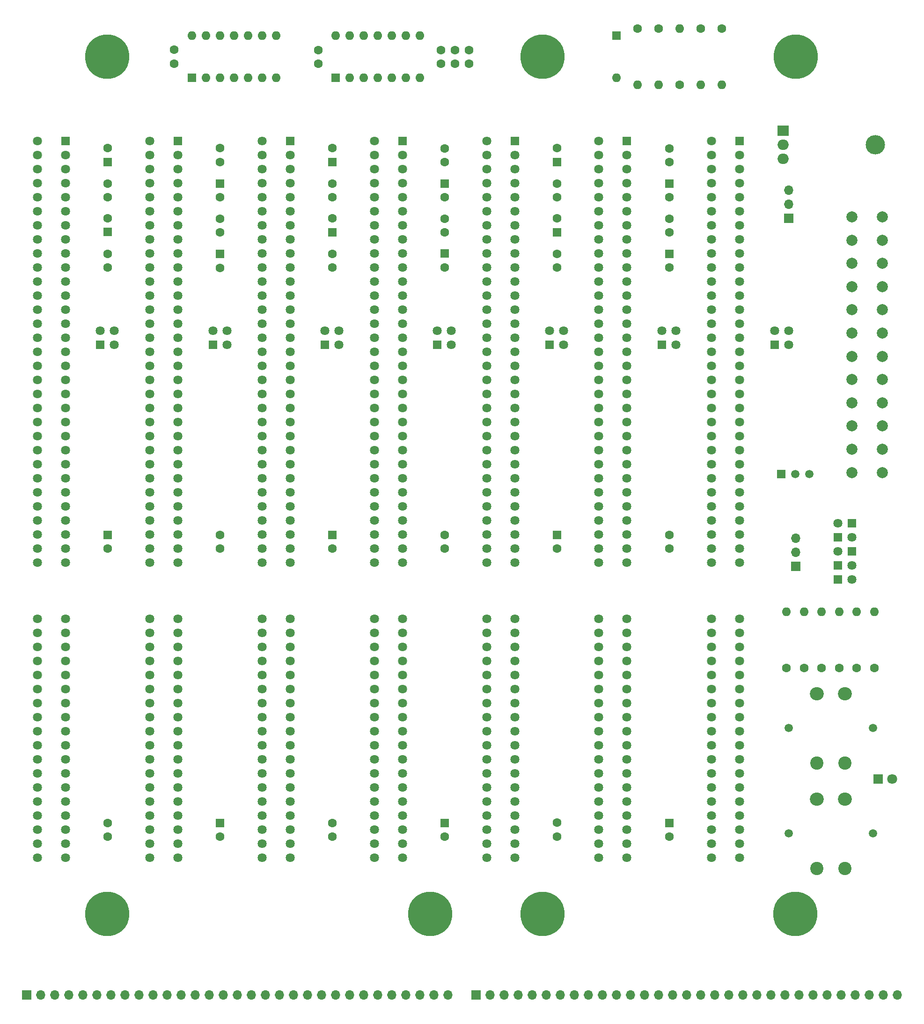
<source format=gbr>
G04 #@! TF.GenerationSoftware,KiCad,Pcbnew,7.0.7*
G04 #@! TF.CreationDate,2023-09-16T11:57:45-04:00*
G04 #@! TF.ProjectId,1 - ATX 16 bit ISA passive backplane,31202d20-4154-4582-9031-362062697420,2*
G04 #@! TF.SameCoordinates,Original*
G04 #@! TF.FileFunction,Soldermask,Top*
G04 #@! TF.FilePolarity,Negative*
%FSLAX46Y46*%
G04 Gerber Fmt 4.6, Leading zero omitted, Abs format (unit mm)*
G04 Created by KiCad (PCBNEW 7.0.7) date 2023-09-16 11:57:45*
%MOMM*%
%LPD*%
G01*
G04 APERTURE LIST*
%ADD10C,1.600000*%
%ADD11O,1.600000X1.600000*%
%ADD12R,1.600000X1.600000*%
%ADD13R,1.635000X1.635000*%
%ADD14C,1.635000*%
%ADD15C,0.900000*%
%ADD16C,8.000000*%
%ADD17C,0.001000*%
%ADD18C,2.000000*%
%ADD19R,1.800000X1.800000*%
%ADD20C,1.800000*%
%ADD21O,3.500000X3.500000*%
%ADD22R,2.000000X1.905000*%
%ADD23O,2.000000X1.905000*%
%ADD24R,1.700000X1.700000*%
%ADD25O,1.700000X1.700000*%
%ADD26R,1.500000X1.500000*%
%ADD27C,1.500000*%
%ADD28O,2.500000X2.400000*%
%ADD29C,2.400000*%
G04 APERTURE END LIST*
D10*
X143510000Y-20320000D03*
D11*
X143510000Y-30480000D03*
D12*
X77470000Y-29210000D03*
D11*
X80010000Y-29210000D03*
X82550000Y-29210000D03*
X85090000Y-29210000D03*
X87630000Y-29210000D03*
X90170000Y-29210000D03*
X92710000Y-29210000D03*
X92710000Y-21590000D03*
X90170000Y-21590000D03*
X87630000Y-21590000D03*
X85090000Y-21590000D03*
X82550000Y-21590000D03*
X80010000Y-21590000D03*
X77470000Y-21590000D03*
D13*
X170815000Y-114808000D03*
D14*
X168275000Y-114808000D03*
D13*
X136520000Y-77475000D03*
D14*
X136520000Y-74935000D03*
X139060000Y-77475000D03*
X139060000Y-74935000D03*
D15*
X91383400Y-180340000D03*
X92327981Y-178059581D03*
X92327981Y-182620419D03*
X94608400Y-177115000D03*
D16*
X94608400Y-180340000D03*
D15*
X94608400Y-183565000D03*
X96888819Y-178059581D03*
X96888819Y-182620419D03*
X97833400Y-180340000D03*
D12*
X97155000Y-60960000D03*
D10*
X97155000Y-63460000D03*
D15*
X157430000Y-25400000D03*
X158374581Y-23119581D03*
X158374581Y-27680419D03*
X160655000Y-22175000D03*
D16*
X160655000Y-25400000D03*
D15*
X160655000Y-28625000D03*
X162935419Y-23119581D03*
X162935419Y-27680419D03*
X163880000Y-25400000D03*
D10*
X56515000Y-111780000D03*
X56515000Y-114280000D03*
D17*
X175855000Y-105220000D03*
D18*
X170815000Y-100520000D03*
X170815000Y-96320000D03*
X170815000Y-92120000D03*
X170815000Y-87920000D03*
X170815000Y-83720000D03*
X170815000Y-79520000D03*
X170815000Y-75320000D03*
X170815000Y-71120000D03*
X170815000Y-66920000D03*
X170815000Y-62720000D03*
X170815000Y-58520000D03*
X170815000Y-54320000D03*
X176315000Y-100520000D03*
X176315000Y-96320000D03*
X176315000Y-92120000D03*
X176315000Y-87920000D03*
X176315000Y-83720000D03*
X176315000Y-79520000D03*
X176315000Y-75320000D03*
X176315000Y-71120000D03*
X176315000Y-66920000D03*
X176315000Y-62720000D03*
X176315000Y-58520000D03*
X176315000Y-54320000D03*
D10*
X139700000Y-30480000D03*
D11*
X139700000Y-20320000D03*
D15*
X111703400Y-25400000D03*
X112647981Y-23119581D03*
X112647981Y-27680419D03*
X114928400Y-22175000D03*
D16*
X114928400Y-25400000D03*
D15*
X114928400Y-28625000D03*
X117208819Y-23119581D03*
X117208819Y-27680419D03*
X118153400Y-25400000D03*
D19*
X175636000Y-155956000D03*
D20*
X178176000Y-155956000D03*
D13*
X116200000Y-77475000D03*
D14*
X116200000Y-74935000D03*
X118740000Y-77475000D03*
X118740000Y-74935000D03*
D12*
X36195000Y-44410000D03*
D10*
X36195000Y-41910000D03*
D12*
X56515000Y-163870000D03*
D10*
X56515000Y-166370000D03*
D12*
X76835000Y-44410000D03*
D10*
X76835000Y-41910000D03*
X36195000Y-163850000D03*
X36195000Y-166350000D03*
D12*
X56515000Y-61047600D03*
D10*
X56515000Y-63547600D03*
D15*
X157423400Y-180340000D03*
X158367981Y-178059581D03*
X158367981Y-182620419D03*
X160648400Y-177115000D03*
D16*
X160648400Y-180340000D03*
D15*
X160648400Y-183565000D03*
X162928819Y-178059581D03*
X162928819Y-182620419D03*
X163873400Y-180340000D03*
D10*
X117475000Y-163830000D03*
X117475000Y-166330000D03*
X48260000Y-24130000D03*
X48260000Y-26630000D03*
D12*
X117475000Y-111800000D03*
D10*
X117475000Y-114300000D03*
D12*
X36195000Y-111800000D03*
D10*
X36195000Y-114300000D03*
X56515000Y-54630000D03*
X56515000Y-57130000D03*
D13*
X89535000Y-40640000D03*
D14*
X89535000Y-43180000D03*
X89535000Y-45720000D03*
X89535000Y-48260000D03*
X89535000Y-50800000D03*
X89535000Y-53340000D03*
X89535000Y-55880000D03*
X89535000Y-58420000D03*
X89535000Y-60960000D03*
X89535000Y-63500000D03*
X89535000Y-66040000D03*
X89535000Y-68580000D03*
X89535000Y-71120000D03*
X89535000Y-73660000D03*
X89535000Y-76200000D03*
X89535000Y-78740000D03*
X89535000Y-81280000D03*
X89535000Y-83820000D03*
X89535000Y-86360000D03*
X89535000Y-88900000D03*
X89535000Y-91440000D03*
X89535000Y-93980000D03*
X89535000Y-96520000D03*
X89535000Y-99060000D03*
X89535000Y-101600000D03*
X89535000Y-104140000D03*
X89535000Y-106680000D03*
X89535000Y-109220000D03*
X89535000Y-111760000D03*
X89535000Y-114300000D03*
X89535000Y-116840000D03*
X84455000Y-40640000D03*
X84455000Y-43180000D03*
X84455000Y-45720000D03*
X84455000Y-48260000D03*
X84455000Y-50800000D03*
X84455000Y-53340000D03*
X84455000Y-55880000D03*
X84455000Y-58420000D03*
X84455000Y-60960000D03*
X84455000Y-63500000D03*
X84455000Y-66040000D03*
X84455000Y-68580000D03*
X84455000Y-71120000D03*
X84455000Y-73660000D03*
X84455000Y-76200000D03*
X84455000Y-78740000D03*
X84455000Y-81280000D03*
X84455000Y-83820000D03*
X84455000Y-86360000D03*
X84455000Y-88900000D03*
X84455000Y-91440000D03*
X84455000Y-93980000D03*
X84455000Y-96520000D03*
X84455000Y-99060000D03*
X84455000Y-101600000D03*
X84455000Y-104140000D03*
X84455000Y-106680000D03*
X84455000Y-109220000D03*
X84455000Y-111760000D03*
X84455000Y-114300000D03*
X84455000Y-116840000D03*
X89535000Y-127000000D03*
X89535000Y-129540000D03*
X89535000Y-132080000D03*
X89535000Y-134620000D03*
X89535000Y-137160000D03*
X89535000Y-139700000D03*
X89535000Y-142240000D03*
X89535000Y-144780000D03*
X89535000Y-147320000D03*
X89535000Y-149860000D03*
X89535000Y-152400000D03*
X89535000Y-154940000D03*
X89535000Y-157480000D03*
X89535000Y-160020000D03*
X89535000Y-162560000D03*
X89535000Y-165100000D03*
X89535000Y-167640000D03*
X89535000Y-170180000D03*
X84455000Y-127000000D03*
X84455000Y-129540000D03*
X84455000Y-132080000D03*
X84455000Y-134620000D03*
X84455000Y-137160000D03*
X84455000Y-139700000D03*
X84455000Y-142240000D03*
X84455000Y-144780000D03*
X84455000Y-147320000D03*
X84455000Y-149860000D03*
X84455000Y-152400000D03*
X84455000Y-154940000D03*
X84455000Y-157480000D03*
X84455000Y-160020000D03*
X84455000Y-162560000D03*
X84455000Y-165100000D03*
X84455000Y-167640000D03*
X84455000Y-170180000D03*
D10*
X36195000Y-48280000D03*
X36195000Y-50780000D03*
X76835000Y-163850000D03*
X76835000Y-166350000D03*
X132080000Y-20320000D03*
D11*
X132080000Y-30480000D03*
D10*
X56515000Y-44410000D03*
X56515000Y-41910000D03*
D13*
X168275000Y-117348000D03*
D14*
X170815000Y-117348000D03*
D21*
X175070000Y-41275000D03*
D22*
X158410000Y-38735000D03*
D23*
X158410000Y-41275000D03*
X158410000Y-43815000D03*
D24*
X160655000Y-117460000D03*
D25*
X160655000Y-114920000D03*
X160655000Y-112380000D03*
D15*
X111703400Y-180340000D03*
X112647981Y-178059581D03*
X112647981Y-182620419D03*
X114928400Y-177115000D03*
D16*
X114928400Y-180340000D03*
D15*
X114928400Y-183565000D03*
X117208819Y-178059581D03*
X117208819Y-182620419D03*
X118153400Y-180340000D03*
D26*
X158105000Y-100780000D03*
D27*
X160645000Y-100780000D03*
X163185000Y-100780000D03*
D13*
X170815000Y-109728000D03*
D14*
X168275000Y-109728000D03*
D12*
X137795000Y-61000000D03*
D10*
X137795000Y-63500000D03*
D13*
X156845000Y-77470000D03*
D14*
X156845000Y-74930000D03*
X159385000Y-77470000D03*
X159385000Y-74930000D03*
D13*
X150495000Y-40640000D03*
D14*
X150495000Y-43180000D03*
X150495000Y-45720000D03*
X150495000Y-48260000D03*
X150495000Y-50800000D03*
X150495000Y-53340000D03*
X150495000Y-55880000D03*
X150495000Y-58420000D03*
X150495000Y-60960000D03*
X150495000Y-63500000D03*
X150495000Y-66040000D03*
X150495000Y-68580000D03*
X150495000Y-71120000D03*
X150495000Y-73660000D03*
X150495000Y-76200000D03*
X150495000Y-78740000D03*
X150495000Y-81280000D03*
X150495000Y-83820000D03*
X150495000Y-86360000D03*
X150495000Y-88900000D03*
X150495000Y-91440000D03*
X150495000Y-93980000D03*
X150495000Y-96520000D03*
X150495000Y-99060000D03*
X150495000Y-101600000D03*
X150495000Y-104140000D03*
X150495000Y-106680000D03*
X150495000Y-109220000D03*
X150495000Y-111760000D03*
X150495000Y-114300000D03*
X150495000Y-116840000D03*
X145415000Y-40640000D03*
X145415000Y-43180000D03*
X145415000Y-45720000D03*
X145415000Y-48260000D03*
X145415000Y-50800000D03*
X145415000Y-53340000D03*
X145415000Y-55880000D03*
X145415000Y-58420000D03*
X145415000Y-60960000D03*
X145415000Y-63500000D03*
X145415000Y-66040000D03*
X145415000Y-68580000D03*
X145415000Y-71120000D03*
X145415000Y-73660000D03*
X145415000Y-76200000D03*
X145415000Y-78740000D03*
X145415000Y-81280000D03*
X145415000Y-83820000D03*
X145415000Y-86360000D03*
X145415000Y-88900000D03*
X145415000Y-91440000D03*
X145415000Y-93980000D03*
X145415000Y-96520000D03*
X145415000Y-99060000D03*
X145415000Y-101600000D03*
X145415000Y-104140000D03*
X145415000Y-106680000D03*
X145415000Y-109220000D03*
X145415000Y-111760000D03*
X145415000Y-114300000D03*
X145415000Y-116840000D03*
X150495000Y-127000000D03*
X150495000Y-129540000D03*
X150495000Y-132080000D03*
X150495000Y-134620000D03*
X150495000Y-137160000D03*
X150495000Y-139700000D03*
X150495000Y-142240000D03*
X150495000Y-144780000D03*
X150495000Y-147320000D03*
X150495000Y-149860000D03*
X150495000Y-152400000D03*
X150495000Y-154940000D03*
X150495000Y-157480000D03*
X150495000Y-160020000D03*
X150495000Y-162560000D03*
X150495000Y-165100000D03*
X150495000Y-167640000D03*
X150495000Y-170180000D03*
X145415000Y-127000000D03*
X145415000Y-129540000D03*
X145415000Y-132080000D03*
X145415000Y-134620000D03*
X145415000Y-137160000D03*
X145415000Y-139700000D03*
X145415000Y-142240000D03*
X145415000Y-144780000D03*
X145415000Y-147320000D03*
X145415000Y-149860000D03*
X145415000Y-152400000D03*
X145415000Y-154940000D03*
X145415000Y-157480000D03*
X145415000Y-160020000D03*
X145415000Y-162560000D03*
X145415000Y-165100000D03*
X145415000Y-167640000D03*
X145415000Y-170180000D03*
D13*
X34920000Y-77475000D03*
D14*
X34920000Y-74935000D03*
X37460000Y-77475000D03*
X37460000Y-74935000D03*
D13*
X48895000Y-40640000D03*
D14*
X48895000Y-43180000D03*
X48895000Y-45720000D03*
X48895000Y-48260000D03*
X48895000Y-50800000D03*
X48895000Y-53340000D03*
X48895000Y-55880000D03*
X48895000Y-58420000D03*
X48895000Y-60960000D03*
X48895000Y-63500000D03*
X48895000Y-66040000D03*
X48895000Y-68580000D03*
X48895000Y-71120000D03*
X48895000Y-73660000D03*
X48895000Y-76200000D03*
X48895000Y-78740000D03*
X48895000Y-81280000D03*
X48895000Y-83820000D03*
X48895000Y-86360000D03*
X48895000Y-88900000D03*
X48895000Y-91440000D03*
X48895000Y-93980000D03*
X48895000Y-96520000D03*
X48895000Y-99060000D03*
X48895000Y-101600000D03*
X48895000Y-104140000D03*
X48895000Y-106680000D03*
X48895000Y-109220000D03*
X48895000Y-111760000D03*
X48895000Y-114300000D03*
X48895000Y-116840000D03*
X43815000Y-40640000D03*
X43815000Y-43180000D03*
X43815000Y-45720000D03*
X43815000Y-48260000D03*
X43815000Y-50800000D03*
X43815000Y-53340000D03*
X43815000Y-55880000D03*
X43815000Y-58420000D03*
X43815000Y-60960000D03*
X43815000Y-63500000D03*
X43815000Y-66040000D03*
X43815000Y-68580000D03*
X43815000Y-71120000D03*
X43815000Y-73660000D03*
X43815000Y-76200000D03*
X43815000Y-78740000D03*
X43815000Y-81280000D03*
X43815000Y-83820000D03*
X43815000Y-86360000D03*
X43815000Y-88900000D03*
X43815000Y-91440000D03*
X43815000Y-93980000D03*
X43815000Y-96520000D03*
X43815000Y-99060000D03*
X43815000Y-101600000D03*
X43815000Y-104140000D03*
X43815000Y-106680000D03*
X43815000Y-109220000D03*
X43815000Y-111760000D03*
X43815000Y-114300000D03*
X43815000Y-116840000D03*
X48895000Y-127000000D03*
X48895000Y-129540000D03*
X48895000Y-132080000D03*
X48895000Y-134620000D03*
X48895000Y-137160000D03*
X48895000Y-139700000D03*
X48895000Y-142240000D03*
X48895000Y-144780000D03*
X48895000Y-147320000D03*
X48895000Y-149860000D03*
X48895000Y-152400000D03*
X48895000Y-154940000D03*
X48895000Y-157480000D03*
X48895000Y-160020000D03*
X48895000Y-162560000D03*
X48895000Y-165100000D03*
X48895000Y-167640000D03*
X48895000Y-170180000D03*
X43815000Y-127000000D03*
X43815000Y-129540000D03*
X43815000Y-132080000D03*
X43815000Y-134620000D03*
X43815000Y-137160000D03*
X43815000Y-139700000D03*
X43815000Y-142240000D03*
X43815000Y-144780000D03*
X43815000Y-147320000D03*
X43815000Y-149860000D03*
X43815000Y-152400000D03*
X43815000Y-154940000D03*
X43815000Y-157480000D03*
X43815000Y-160020000D03*
X43815000Y-162560000D03*
X43815000Y-165100000D03*
X43815000Y-167640000D03*
X43815000Y-170180000D03*
D28*
X164545000Y-140535000D03*
D29*
X164545000Y-153035000D03*
D28*
X169545000Y-140535000D03*
D29*
X169545000Y-153035000D03*
D27*
X174705000Y-146685000D03*
X159465000Y-146685000D03*
D13*
X75560000Y-77475000D03*
D14*
X75560000Y-74935000D03*
X78100000Y-77475000D03*
X78100000Y-74935000D03*
D10*
X74295000Y-24150000D03*
X74295000Y-26650000D03*
D12*
X76835000Y-57110000D03*
D10*
X76835000Y-54610000D03*
D13*
X130168400Y-40640000D03*
D14*
X130168400Y-43180000D03*
X130168400Y-45720000D03*
X130168400Y-48260000D03*
X130168400Y-50800000D03*
X130168400Y-53340000D03*
X130168400Y-55880000D03*
X130168400Y-58420000D03*
X130168400Y-60960000D03*
X130168400Y-63500000D03*
X130168400Y-66040000D03*
X130168400Y-68580000D03*
X130168400Y-71120000D03*
X130168400Y-73660000D03*
X130168400Y-76200000D03*
X130168400Y-78740000D03*
X130168400Y-81280000D03*
X130168400Y-83820000D03*
X130168400Y-86360000D03*
X130168400Y-88900000D03*
X130168400Y-91440000D03*
X130168400Y-93980000D03*
X130168400Y-96520000D03*
X130168400Y-99060000D03*
X130168400Y-101600000D03*
X130168400Y-104140000D03*
X130168400Y-106680000D03*
X130168400Y-109220000D03*
X130168400Y-111760000D03*
X130168400Y-114300000D03*
X130168400Y-116840000D03*
X125088400Y-40640000D03*
X125088400Y-43180000D03*
X125088400Y-45720000D03*
X125088400Y-48260000D03*
X125088400Y-50800000D03*
X125088400Y-53340000D03*
X125088400Y-55880000D03*
X125088400Y-58420000D03*
X125088400Y-60960000D03*
X125088400Y-63500000D03*
X125088400Y-66040000D03*
X125088400Y-68580000D03*
X125088400Y-71120000D03*
X125088400Y-73660000D03*
X125088400Y-76200000D03*
X125088400Y-78740000D03*
X125088400Y-81280000D03*
X125088400Y-83820000D03*
X125088400Y-86360000D03*
X125088400Y-88900000D03*
X125088400Y-91440000D03*
X125088400Y-93980000D03*
X125088400Y-96520000D03*
X125088400Y-99060000D03*
X125088400Y-101600000D03*
X125088400Y-104140000D03*
X125088400Y-106680000D03*
X125088400Y-109220000D03*
X125088400Y-111760000D03*
X125088400Y-114300000D03*
X125088400Y-116840000D03*
X130168400Y-127000000D03*
X130168400Y-129540000D03*
X130168400Y-132080000D03*
X130168400Y-134620000D03*
X130168400Y-137160000D03*
X130168400Y-139700000D03*
X130168400Y-142240000D03*
X130168400Y-144780000D03*
X130168400Y-147320000D03*
X130168400Y-149860000D03*
X130168400Y-152400000D03*
X130168400Y-154940000D03*
X130168400Y-157480000D03*
X130168400Y-160020000D03*
X130168400Y-162560000D03*
X130168400Y-165100000D03*
X130168400Y-167640000D03*
X130168400Y-170180000D03*
X125088400Y-127000000D03*
X125088400Y-129540000D03*
X125088400Y-132080000D03*
X125088400Y-134620000D03*
X125088400Y-137160000D03*
X125088400Y-139700000D03*
X125088400Y-142240000D03*
X125088400Y-144780000D03*
X125088400Y-147320000D03*
X125088400Y-149860000D03*
X125088400Y-152400000D03*
X125088400Y-154940000D03*
X125088400Y-157480000D03*
X125088400Y-160020000D03*
X125088400Y-162560000D03*
X125088400Y-165100000D03*
X125088400Y-167640000D03*
X125088400Y-170180000D03*
D10*
X159004000Y-135890000D03*
D11*
X159004000Y-125730000D03*
D10*
X165354000Y-135890000D03*
D11*
X165354000Y-125730000D03*
D13*
X28575000Y-40640000D03*
D14*
X28575000Y-43180000D03*
X28575000Y-45720000D03*
X28575000Y-48260000D03*
X28575000Y-50800000D03*
X28575000Y-53340000D03*
X28575000Y-55880000D03*
X28575000Y-58420000D03*
X28575000Y-60960000D03*
X28575000Y-63500000D03*
X28575000Y-66040000D03*
X28575000Y-68580000D03*
X28575000Y-71120000D03*
X28575000Y-73660000D03*
X28575000Y-76200000D03*
X28575000Y-78740000D03*
X28575000Y-81280000D03*
X28575000Y-83820000D03*
X28575000Y-86360000D03*
X28575000Y-88900000D03*
X28575000Y-91440000D03*
X28575000Y-93980000D03*
X28575000Y-96520000D03*
X28575000Y-99060000D03*
X28575000Y-101600000D03*
X28575000Y-104140000D03*
X28575000Y-106680000D03*
X28575000Y-109220000D03*
X28575000Y-111760000D03*
X28575000Y-114300000D03*
X28575000Y-116840000D03*
X23495000Y-40640000D03*
X23495000Y-43180000D03*
X23495000Y-45720000D03*
X23495000Y-48260000D03*
X23495000Y-50800000D03*
X23495000Y-53340000D03*
X23495000Y-55880000D03*
X23495000Y-58420000D03*
X23495000Y-60960000D03*
X23495000Y-63500000D03*
X23495000Y-66040000D03*
X23495000Y-68580000D03*
X23495000Y-71120000D03*
X23495000Y-73660000D03*
X23495000Y-76200000D03*
X23495000Y-78740000D03*
X23495000Y-81280000D03*
X23495000Y-83820000D03*
X23495000Y-86360000D03*
X23495000Y-88900000D03*
X23495000Y-91440000D03*
X23495000Y-93980000D03*
X23495000Y-96520000D03*
X23495000Y-99060000D03*
X23495000Y-101600000D03*
X23495000Y-104140000D03*
X23495000Y-106680000D03*
X23495000Y-109220000D03*
X23495000Y-111760000D03*
X23495000Y-114300000D03*
X23495000Y-116840000D03*
X28575000Y-127000000D03*
X28575000Y-129540000D03*
X28575000Y-132080000D03*
X28575000Y-134620000D03*
X28575000Y-137160000D03*
X28575000Y-139700000D03*
X28575000Y-142240000D03*
X28575000Y-144780000D03*
X28575000Y-147320000D03*
X28575000Y-149860000D03*
X28575000Y-152400000D03*
X28575000Y-154940000D03*
X28575000Y-157480000D03*
X28575000Y-160020000D03*
X28575000Y-162560000D03*
X28575000Y-165100000D03*
X28575000Y-167640000D03*
X28575000Y-170180000D03*
X23495000Y-127000000D03*
X23495000Y-129540000D03*
X23495000Y-132080000D03*
X23495000Y-134620000D03*
X23495000Y-137160000D03*
X23495000Y-139700000D03*
X23495000Y-142240000D03*
X23495000Y-144780000D03*
X23495000Y-147320000D03*
X23495000Y-149860000D03*
X23495000Y-152400000D03*
X23495000Y-154940000D03*
X23495000Y-157480000D03*
X23495000Y-160020000D03*
X23495000Y-162560000D03*
X23495000Y-165100000D03*
X23495000Y-167640000D03*
X23495000Y-170180000D03*
D12*
X117475000Y-57110000D03*
D10*
X117475000Y-54610000D03*
D28*
X164545000Y-159585000D03*
D29*
X164545000Y-172085000D03*
D28*
X169545000Y-159585000D03*
D29*
X169545000Y-172085000D03*
D27*
X174705000Y-165735000D03*
X159465000Y-165735000D03*
D10*
X101600000Y-24150000D03*
X101600000Y-26650000D03*
X76835000Y-48300000D03*
X76835000Y-50800000D03*
X137795000Y-54630000D03*
X137795000Y-57130000D03*
D12*
X128270000Y-21590000D03*
D11*
X128270000Y-29210000D03*
D10*
X96520000Y-24170000D03*
X96520000Y-26670000D03*
D15*
X32963400Y-180340000D03*
X33907981Y-178059581D03*
X33907981Y-182620419D03*
X36188400Y-177115000D03*
D16*
X36188400Y-180340000D03*
D15*
X36188400Y-183565000D03*
X38468819Y-178059581D03*
X38468819Y-182620419D03*
X39413400Y-180340000D03*
D10*
X97155000Y-54630000D03*
X97155000Y-57130000D03*
X99060000Y-24150000D03*
X99060000Y-26650000D03*
X117475000Y-48300000D03*
X117475000Y-50800000D03*
D24*
X21590000Y-194945000D03*
D25*
X24130000Y-194945000D03*
X26670000Y-194945000D03*
X29210000Y-194945000D03*
X31750000Y-194945000D03*
X34290000Y-194945000D03*
X36830000Y-194945000D03*
X39370000Y-194945000D03*
X41910000Y-194945000D03*
X44450000Y-194945000D03*
X46990000Y-194945000D03*
X49530000Y-194945000D03*
X52070000Y-194945000D03*
X54610000Y-194945000D03*
X57150000Y-194945000D03*
X59690000Y-194945000D03*
X62230000Y-194945000D03*
X64770000Y-194945000D03*
X67310000Y-194945000D03*
X69850000Y-194945000D03*
X72390000Y-194945000D03*
X74930000Y-194945000D03*
X77470000Y-194945000D03*
X80010000Y-194945000D03*
X82550000Y-194945000D03*
X85090000Y-194945000D03*
X87630000Y-194945000D03*
X90170000Y-194945000D03*
X92710000Y-194945000D03*
X95250000Y-194945000D03*
X97790000Y-194945000D03*
D10*
X76835000Y-60980000D03*
X76835000Y-63480000D03*
X174879000Y-135890000D03*
D11*
X174879000Y-125730000D03*
D10*
X117475000Y-60980000D03*
X117475000Y-63480000D03*
D15*
X32963400Y-25400000D03*
X33907981Y-23119581D03*
X33907981Y-27680419D03*
X36188400Y-22175000D03*
D16*
X36188400Y-25400000D03*
D15*
X36188400Y-28625000D03*
X38468819Y-23119581D03*
X38468819Y-27680419D03*
X39413400Y-25400000D03*
D24*
X102870000Y-194945000D03*
D25*
X105410000Y-194945000D03*
X107950000Y-194945000D03*
X110490000Y-194945000D03*
X113030000Y-194945000D03*
X115570000Y-194945000D03*
X118110000Y-194945000D03*
X120650000Y-194945000D03*
X123190000Y-194945000D03*
X125730000Y-194945000D03*
X128270000Y-194945000D03*
X130810000Y-194945000D03*
X133350000Y-194945000D03*
X135890000Y-194945000D03*
X138430000Y-194945000D03*
X140970000Y-194945000D03*
X143510000Y-194945000D03*
X146050000Y-194945000D03*
X148590000Y-194945000D03*
X151130000Y-194945000D03*
X153670000Y-194945000D03*
X156210000Y-194945000D03*
X158750000Y-194945000D03*
X161290000Y-194945000D03*
X163830000Y-194945000D03*
X166370000Y-194945000D03*
X168910000Y-194945000D03*
X171450000Y-194945000D03*
X173990000Y-194945000D03*
X176530000Y-194945000D03*
X179070000Y-194945000D03*
D10*
X137795000Y-44430000D03*
X137795000Y-41930000D03*
X162179000Y-135890000D03*
D11*
X162179000Y-125730000D03*
D12*
X97155000Y-48300000D03*
D10*
X97155000Y-50800000D03*
D12*
X97155000Y-163870000D03*
D10*
X97155000Y-166370000D03*
D12*
X76835000Y-111800000D03*
D10*
X76835000Y-114300000D03*
D12*
X36195000Y-57062400D03*
D10*
X36195000Y-54562400D03*
D12*
X51435000Y-29190000D03*
D11*
X53975000Y-29190000D03*
X56515000Y-29190000D03*
X59055000Y-29190000D03*
X61595000Y-29190000D03*
X64135000Y-29190000D03*
X66675000Y-29190000D03*
X66675000Y-21570000D03*
X64135000Y-21570000D03*
X61595000Y-21570000D03*
X59055000Y-21570000D03*
X56515000Y-21570000D03*
X53975000Y-21570000D03*
X51435000Y-21570000D03*
D13*
X69215000Y-40640000D03*
D14*
X69215000Y-43180000D03*
X69215000Y-45720000D03*
X69215000Y-48260000D03*
X69215000Y-50800000D03*
X69215000Y-53340000D03*
X69215000Y-55880000D03*
X69215000Y-58420000D03*
X69215000Y-60960000D03*
X69215000Y-63500000D03*
X69215000Y-66040000D03*
X69215000Y-68580000D03*
X69215000Y-71120000D03*
X69215000Y-73660000D03*
X69215000Y-76200000D03*
X69215000Y-78740000D03*
X69215000Y-81280000D03*
X69215000Y-83820000D03*
X69215000Y-86360000D03*
X69215000Y-88900000D03*
X69215000Y-91440000D03*
X69215000Y-93980000D03*
X69215000Y-96520000D03*
X69215000Y-99060000D03*
X69215000Y-101600000D03*
X69215000Y-104140000D03*
X69215000Y-106680000D03*
X69215000Y-109220000D03*
X69215000Y-111760000D03*
X69215000Y-114300000D03*
X69215000Y-116840000D03*
X64135000Y-40640000D03*
X64135000Y-43180000D03*
X64135000Y-45720000D03*
X64135000Y-48260000D03*
X64135000Y-50800000D03*
X64135000Y-53340000D03*
X64135000Y-55880000D03*
X64135000Y-58420000D03*
X64135000Y-60960000D03*
X64135000Y-63500000D03*
X64135000Y-66040000D03*
X64135000Y-68580000D03*
X64135000Y-71120000D03*
X64135000Y-73660000D03*
X64135000Y-76200000D03*
X64135000Y-78740000D03*
X64135000Y-81280000D03*
X64135000Y-83820000D03*
X64135000Y-86360000D03*
X64135000Y-88900000D03*
X64135000Y-91440000D03*
X64135000Y-93980000D03*
X64135000Y-96520000D03*
X64135000Y-99060000D03*
X64135000Y-101600000D03*
X64135000Y-104140000D03*
X64135000Y-106680000D03*
X64135000Y-109220000D03*
X64135000Y-111760000D03*
X64135000Y-114300000D03*
X64135000Y-116840000D03*
X69215000Y-127000000D03*
X69215000Y-129540000D03*
X69215000Y-132080000D03*
X69215000Y-134620000D03*
X69215000Y-137160000D03*
X69215000Y-139700000D03*
X69215000Y-142240000D03*
X69215000Y-144780000D03*
X69215000Y-147320000D03*
X69215000Y-149860000D03*
X69215000Y-152400000D03*
X69215000Y-154940000D03*
X69215000Y-157480000D03*
X69215000Y-160020000D03*
X69215000Y-162560000D03*
X69215000Y-165100000D03*
X69215000Y-167640000D03*
X69215000Y-170180000D03*
X64135000Y-127000000D03*
X64135000Y-129540000D03*
X64135000Y-132080000D03*
X64135000Y-134620000D03*
X64135000Y-137160000D03*
X64135000Y-139700000D03*
X64135000Y-142240000D03*
X64135000Y-144780000D03*
X64135000Y-147320000D03*
X64135000Y-149860000D03*
X64135000Y-152400000D03*
X64135000Y-154940000D03*
X64135000Y-157480000D03*
X64135000Y-160020000D03*
X64135000Y-162560000D03*
X64135000Y-165100000D03*
X64135000Y-167640000D03*
X64135000Y-170180000D03*
D10*
X137795000Y-111780000D03*
X137795000Y-114280000D03*
X171704000Y-135890000D03*
D11*
X171704000Y-125730000D03*
D10*
X135890000Y-20320000D03*
D11*
X135890000Y-30480000D03*
D10*
X97155000Y-111780000D03*
X97155000Y-114280000D03*
X97155000Y-44450000D03*
X97155000Y-41950000D03*
D13*
X109855000Y-40640000D03*
D14*
X109855000Y-43180000D03*
X109855000Y-45720000D03*
X109855000Y-48260000D03*
X109855000Y-50800000D03*
X109855000Y-53340000D03*
X109855000Y-55880000D03*
X109855000Y-58420000D03*
X109855000Y-60960000D03*
X109855000Y-63500000D03*
X109855000Y-66040000D03*
X109855000Y-68580000D03*
X109855000Y-71120000D03*
X109855000Y-73660000D03*
X109855000Y-76200000D03*
X109855000Y-78740000D03*
X109855000Y-81280000D03*
X109855000Y-83820000D03*
X109855000Y-86360000D03*
X109855000Y-88900000D03*
X109855000Y-91440000D03*
X109855000Y-93980000D03*
X109855000Y-96520000D03*
X109855000Y-99060000D03*
X109855000Y-101600000D03*
X109855000Y-104140000D03*
X109855000Y-106680000D03*
X109855000Y-109220000D03*
X109855000Y-111760000D03*
X109855000Y-114300000D03*
X109855000Y-116840000D03*
X104775000Y-40640000D03*
X104775000Y-43180000D03*
X104775000Y-45720000D03*
X104775000Y-48260000D03*
X104775000Y-50800000D03*
X104775000Y-53340000D03*
X104775000Y-55880000D03*
X104775000Y-58420000D03*
X104775000Y-60960000D03*
X104775000Y-63500000D03*
X104775000Y-66040000D03*
X104775000Y-68580000D03*
X104775000Y-71120000D03*
X104775000Y-73660000D03*
X104775000Y-76200000D03*
X104775000Y-78740000D03*
X104775000Y-81280000D03*
X104775000Y-83820000D03*
X104775000Y-86360000D03*
X104775000Y-88900000D03*
X104775000Y-91440000D03*
X104775000Y-93980000D03*
X104775000Y-96520000D03*
X104775000Y-99060000D03*
X104775000Y-101600000D03*
X104775000Y-104140000D03*
X104775000Y-106680000D03*
X104775000Y-109220000D03*
X104775000Y-111760000D03*
X104775000Y-114300000D03*
X104775000Y-116840000D03*
X109855000Y-127000000D03*
X109855000Y-129540000D03*
X109855000Y-132080000D03*
X109855000Y-134620000D03*
X109855000Y-137160000D03*
X109855000Y-139700000D03*
X109855000Y-142240000D03*
X109855000Y-144780000D03*
X109855000Y-147320000D03*
X109855000Y-149860000D03*
X109855000Y-152400000D03*
X109855000Y-154940000D03*
X109855000Y-157480000D03*
X109855000Y-160020000D03*
X109855000Y-162560000D03*
X109855000Y-165100000D03*
X109855000Y-167640000D03*
X109855000Y-170180000D03*
X104775000Y-127000000D03*
X104775000Y-129540000D03*
X104775000Y-132080000D03*
X104775000Y-134620000D03*
X104775000Y-137160000D03*
X104775000Y-139700000D03*
X104775000Y-142240000D03*
X104775000Y-144780000D03*
X104775000Y-147320000D03*
X104775000Y-149860000D03*
X104775000Y-152400000D03*
X104775000Y-154940000D03*
X104775000Y-157480000D03*
X104775000Y-160020000D03*
X104775000Y-162560000D03*
X104775000Y-165100000D03*
X104775000Y-167640000D03*
X104775000Y-170180000D03*
D12*
X137795000Y-48300000D03*
D10*
X137795000Y-50800000D03*
D12*
X117475000Y-44410000D03*
D10*
X117475000Y-41910000D03*
X147320000Y-20320000D03*
D11*
X147320000Y-30480000D03*
D10*
X36195000Y-60980000D03*
X36195000Y-63480000D03*
D24*
X159385000Y-54610000D03*
D25*
X159385000Y-52070000D03*
X159385000Y-49530000D03*
D12*
X137795000Y-163870000D03*
D10*
X137795000Y-166370000D03*
D13*
X168275000Y-112268000D03*
D14*
X170815000Y-112268000D03*
D13*
X55245000Y-77470000D03*
D14*
X55245000Y-74930000D03*
X57785000Y-77470000D03*
X57785000Y-74930000D03*
D13*
X168275000Y-119888000D03*
D14*
X170815000Y-119888000D03*
D12*
X56515000Y-48300000D03*
D10*
X56515000Y-50800000D03*
X168529000Y-135890000D03*
D11*
X168529000Y-125730000D03*
D13*
X95880000Y-77475000D03*
D14*
X95880000Y-74935000D03*
X98420000Y-77475000D03*
X98420000Y-74935000D03*
M02*

</source>
